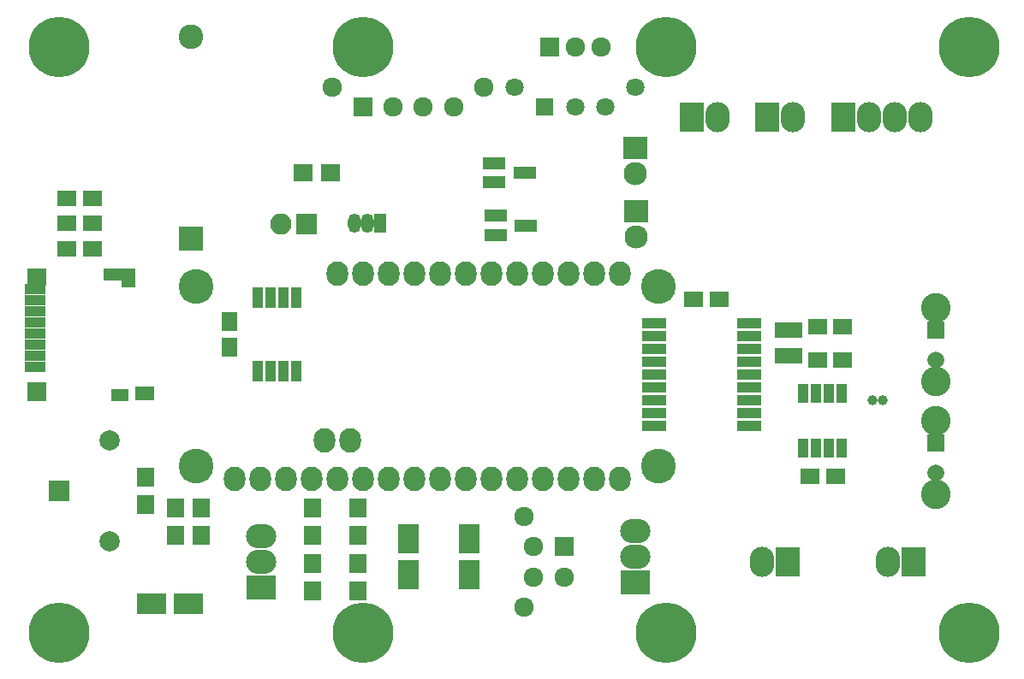
<source format=gts>
G04 #@! TF.GenerationSoftware,KiCad,Pcbnew,no-vcs-found-01f5a12~58~ubuntu16.04.1*
G04 #@! TF.CreationDate,2017-04-25T17:38:21-04:00*
G04 #@! TF.ProjectId,noeud_senseur,6E6F6575645F73656E736575722E6B69,rev?*
G04 #@! TF.FileFunction,Soldermask,Top*
G04 #@! TF.FilePolarity,Negative*
%FSLAX46Y46*%
G04 Gerber Fmt 4.6, Leading zero omitted, Abs format (unit mm)*
G04 Created by KiCad (PCBNEW no-vcs-found-01f5a12~58~ubuntu16.04.1) date Tue Apr 25 17:38:21 2017*
%MOMM*%
%LPD*%
G01*
G04 APERTURE LIST*
%ADD10C,0.100000*%
%ADD11C,6.000000*%
%ADD12C,1.924000*%
%ADD13R,1.924000X1.924000*%
%ADD14C,1.797000*%
%ADD15R,1.797000X1.797000*%
%ADD16C,2.940000*%
%ADD17R,1.670000X1.670000*%
%ADD18C,1.670000*%
%ADD19R,2.000000X2.000000*%
%ADD20C,2.000000*%
%ADD21R,1.050000X2.100000*%
%ADD22R,1.900000X1.650000*%
%ADD23R,1.950000X1.400000*%
%ADD24R,1.800000X1.200000*%
%ADD25R,1.400000X1.850000*%
%ADD26R,1.900000X1.200000*%
%ADD27R,1.900000X1.700000*%
%ADD28R,1.900000X1.900000*%
%ADD29R,2.150000X1.100000*%
%ADD30R,2.000000X3.000000*%
%ADD31R,1.650000X1.900000*%
%ADD32R,2.400000X2.300000*%
%ADD33C,2.300000*%
%ADD34C,1.000000*%
%ADD35R,1.300000X1.900000*%
%ADD36O,1.300000X1.900000*%
%ADD37R,1.700000X1.900000*%
%ADD38R,2.100000X2.100000*%
%ADD39O,2.100000X2.100000*%
%ADD40O,2.127200X2.432000*%
%ADD41C,3.448000*%
%ADD42R,1.000000X1.950000*%
%ADD43R,2.400000X1.000000*%
%ADD44R,2.800000X1.500000*%
%ADD45C,2.432000*%
%ADD46R,2.432000X2.432000*%
%ADD47O,2.400000X3.000000*%
%ADD48R,2.400000X3.000000*%
%ADD49R,1.920000X1.920000*%
%ADD50C,1.920000*%
%ADD51R,3.000000X2.000000*%
%ADD52R,3.000000X2.400000*%
%ADD53O,3.000000X2.400000*%
%ADD54R,2.300000X1.200000*%
G04 APERTURE END LIST*
D10*
D11*
X185000000Y-76000000D03*
X155000000Y-76000000D03*
X125000000Y-76000000D03*
X95000000Y-76000000D03*
X185000000Y-134000000D03*
X155000000Y-134000000D03*
X125000000Y-134000000D03*
X95000000Y-134000000D03*
D12*
X136991600Y-80044200D03*
X122005600Y-80044200D03*
X133994400Y-82000000D03*
X130997200Y-82000000D03*
X128000000Y-82000000D03*
D13*
X125002800Y-82000000D03*
D14*
X140005600Y-80044200D03*
X151994400Y-80044200D03*
X148997200Y-82000000D03*
X146000000Y-82000000D03*
D15*
X143002800Y-82000000D03*
D16*
X181681399Y-109152900D03*
X181681399Y-101863101D03*
D17*
X181681399Y-104022101D03*
D18*
X181681399Y-107019301D03*
D16*
X181681399Y-120328900D03*
X181681399Y-113039101D03*
D17*
X181681399Y-115198101D03*
D18*
X181681399Y-118195301D03*
D12*
X141904999Y-128498600D03*
X141904999Y-125501400D03*
D13*
X144902199Y-125501400D03*
D12*
X144902199Y-128498600D03*
X140965199Y-122504200D03*
X140965199Y-131495800D03*
D19*
X95000000Y-120000000D03*
D20*
X100000000Y-125000000D03*
X100000000Y-115000000D03*
D21*
X114595000Y-100850000D03*
X115865000Y-100850000D03*
X117135000Y-100850000D03*
X118405000Y-100850000D03*
X118405000Y-108150000D03*
X117135000Y-108150000D03*
X115865000Y-108150000D03*
X114595000Y-108150000D03*
D22*
X95750000Y-93500000D03*
X98250000Y-93500000D03*
D23*
X103425000Y-110350000D03*
D24*
X101000000Y-110500000D03*
D25*
X101850000Y-98875000D03*
D26*
X100350000Y-98550000D03*
D27*
X92750000Y-98800000D03*
D28*
X92750000Y-110150000D03*
D29*
X92625000Y-107700000D03*
X92625000Y-106600000D03*
X92625000Y-105500000D03*
X92625000Y-104400000D03*
X92625000Y-103300000D03*
X92625000Y-102200000D03*
X92625000Y-101100000D03*
X92625000Y-100000000D03*
D30*
X135500000Y-128300000D03*
X135500000Y-124700000D03*
D22*
X169250000Y-118500000D03*
X171750000Y-118500000D03*
X169992000Y-107032000D03*
X172492000Y-107032000D03*
X172492000Y-103730000D03*
X169992000Y-103730000D03*
X98250000Y-91000000D03*
X95750000Y-91000000D03*
X157750000Y-101000000D03*
X160250000Y-101000000D03*
D31*
X111806000Y-103242000D03*
X111806000Y-105742000D03*
D32*
X152065000Y-92300000D03*
D33*
X152065000Y-94840000D03*
X152000000Y-88540000D03*
D32*
X152000000Y-86000000D03*
D34*
X176449000Y-110969000D03*
X175449000Y-110969000D03*
D35*
X126770000Y-93500000D03*
D36*
X124230000Y-93500000D03*
X125500000Y-93500000D03*
D27*
X121850000Y-88500000D03*
X119150000Y-88500000D03*
D37*
X103500000Y-121350000D03*
X103500000Y-118650000D03*
X106500000Y-124350000D03*
X106500000Y-121650000D03*
X109000000Y-124350000D03*
X109000000Y-121650000D03*
X120000000Y-129850000D03*
X120000000Y-127150000D03*
X120000000Y-124350000D03*
X120000000Y-121650000D03*
X124500000Y-121650000D03*
X124500000Y-124350000D03*
X124500000Y-129850000D03*
X124500000Y-127150000D03*
D38*
X119426000Y-93570000D03*
D39*
X116886000Y-93570000D03*
D40*
X123738000Y-115020000D03*
X121198000Y-115020000D03*
X125000000Y-98500000D03*
X127540000Y-98500000D03*
X130080000Y-98500000D03*
X132620000Y-98500000D03*
X135160000Y-98500000D03*
X137700000Y-98500000D03*
X140240000Y-98500000D03*
X142780000Y-98500000D03*
X145320000Y-98500000D03*
X147860000Y-98500000D03*
X150400000Y-98500000D03*
X150400000Y-118820000D03*
X147860000Y-118820000D03*
X145320000Y-118820000D03*
X142780000Y-118820000D03*
X140240000Y-118820000D03*
X137700000Y-118820000D03*
X135160000Y-118820000D03*
X132620000Y-118820000D03*
X130080000Y-118820000D03*
X127540000Y-118820000D03*
X125000000Y-118820000D03*
X122460000Y-118820000D03*
X122460000Y-98500000D03*
X119920000Y-118820000D03*
X117380000Y-118820000D03*
X114840000Y-118820000D03*
X112300000Y-118820000D03*
D41*
X154210000Y-99770000D03*
X154210000Y-117550000D03*
X108490000Y-117550000D03*
X108490000Y-99770000D03*
D42*
X168595000Y-115700000D03*
X169865000Y-115700000D03*
X171135000Y-115700000D03*
X172405000Y-115700000D03*
X172405000Y-110300000D03*
X171135000Y-110300000D03*
X169865000Y-110300000D03*
X168595000Y-110300000D03*
D43*
X163200000Y-113580000D03*
X163200000Y-112310000D03*
X163200000Y-111040000D03*
X163200000Y-109770000D03*
X163200000Y-108500000D03*
X163200000Y-107230000D03*
X163200000Y-105960000D03*
X163200000Y-104690000D03*
X163200000Y-103420000D03*
X153800000Y-103420000D03*
X153800000Y-104690000D03*
X153800000Y-105960000D03*
X153800000Y-107230000D03*
X153800000Y-108500000D03*
X153800000Y-109770000D03*
X153800000Y-111040000D03*
X153800000Y-112310000D03*
X153800000Y-113580000D03*
D44*
X167114500Y-106617500D03*
X167114500Y-104017500D03*
D45*
X108000000Y-75000000D03*
D46*
X108000000Y-95000000D03*
D47*
X160120000Y-83000000D03*
D48*
X157580000Y-83000000D03*
X167000000Y-127000000D03*
D47*
X164460000Y-127000000D03*
D48*
X179500000Y-127000000D03*
D47*
X176960000Y-127000000D03*
D48*
X165040000Y-83000000D03*
D47*
X167580000Y-83000000D03*
D22*
X95750000Y-96000000D03*
X98250000Y-96000000D03*
D49*
X143500000Y-76000000D03*
D50*
X148580000Y-76000000D03*
X146040000Y-76000000D03*
D47*
X180120000Y-83000000D03*
X177580000Y-83000000D03*
X175040000Y-83000000D03*
D48*
X172500000Y-83000000D03*
D51*
X107764000Y-131162000D03*
X104164000Y-131162000D03*
D30*
X129500000Y-124700000D03*
X129500000Y-128300000D03*
D52*
X115000000Y-129500000D03*
D53*
X115000000Y-126960000D03*
X115000000Y-124420000D03*
D54*
X138119000Y-92747000D03*
X138119000Y-94647000D03*
X141119000Y-93697000D03*
X141000000Y-88500000D03*
X138000000Y-89450000D03*
X138000000Y-87550000D03*
D53*
X152000000Y-123960000D03*
X152000000Y-126500000D03*
D52*
X152000000Y-129040000D03*
M02*

</source>
